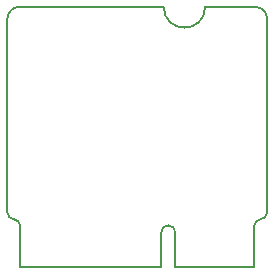
<source format=gm1>
%TF.GenerationSoftware,KiCad,Pcbnew,(5.1.5)-3*%
%TF.CreationDate,2020-12-17T07:42:55+01:00*%
%TF.ProjectId,TeensyMM,5465656e-7379-44d4-9d2e-6b696361645f,rev?*%
%TF.SameCoordinates,Original*%
%TF.FileFunction,Profile,NP*%
%FSLAX46Y46*%
G04 Gerber Fmt 4.6, Leading zero omitted, Abs format (unit mm)*
G04 Created by KiCad (PCBNEW (5.1.5)-3) date 2020-12-17 07:42:55*
%MOMM*%
%LPD*%
G04 APERTURE LIST*
%TA.AperFunction,Profile*%
%ADD10C,0.127000*%
%TD*%
G04 APERTURE END LIST*
D10*
X135381200Y-72730617D02*
X135381200Y-75630617D01*
X134181200Y-72730617D02*
G75*
G02X135381200Y-72730617I600000J0D01*
G01*
X122231200Y-75630617D02*
X134181200Y-75630617D01*
X134406200Y-53630617D02*
G75*
G03X137906200Y-53630617I1750000J0D01*
G01*
X142081200Y-75630617D02*
X135381200Y-75630617D01*
X122231200Y-75630617D02*
X122231200Y-72130617D01*
X142081200Y-72130617D02*
X142081200Y-75630617D01*
X142081200Y-72130617D02*
G75*
G02X142556200Y-71630617I510570J-9417D01*
G01*
X122231199Y-72130618D02*
G75*
G03X121756200Y-71630617I-516030J-14603D01*
G01*
X142156200Y-53630617D02*
X137906200Y-53630617D01*
X134406200Y-53630617D02*
X122156200Y-53630617D01*
X121156200Y-54630617D02*
X121156200Y-71030617D01*
X134181200Y-72730617D02*
X134181200Y-75630617D01*
X143156200Y-54630617D02*
X143156200Y-71030617D01*
X143156199Y-71030618D02*
G75*
G02X142556200Y-71630617I-617324J17325D01*
G01*
X121756198Y-71630617D02*
G75*
G02X121156200Y-71030617I17326J617324D01*
G01*
X143156200Y-54630617D02*
G75*
G03X142156200Y-53630617I-1025000J-25000D01*
G01*
X122156199Y-53630618D02*
G75*
G03X121156200Y-54630617I25000J-1024999D01*
G01*
M02*

</source>
